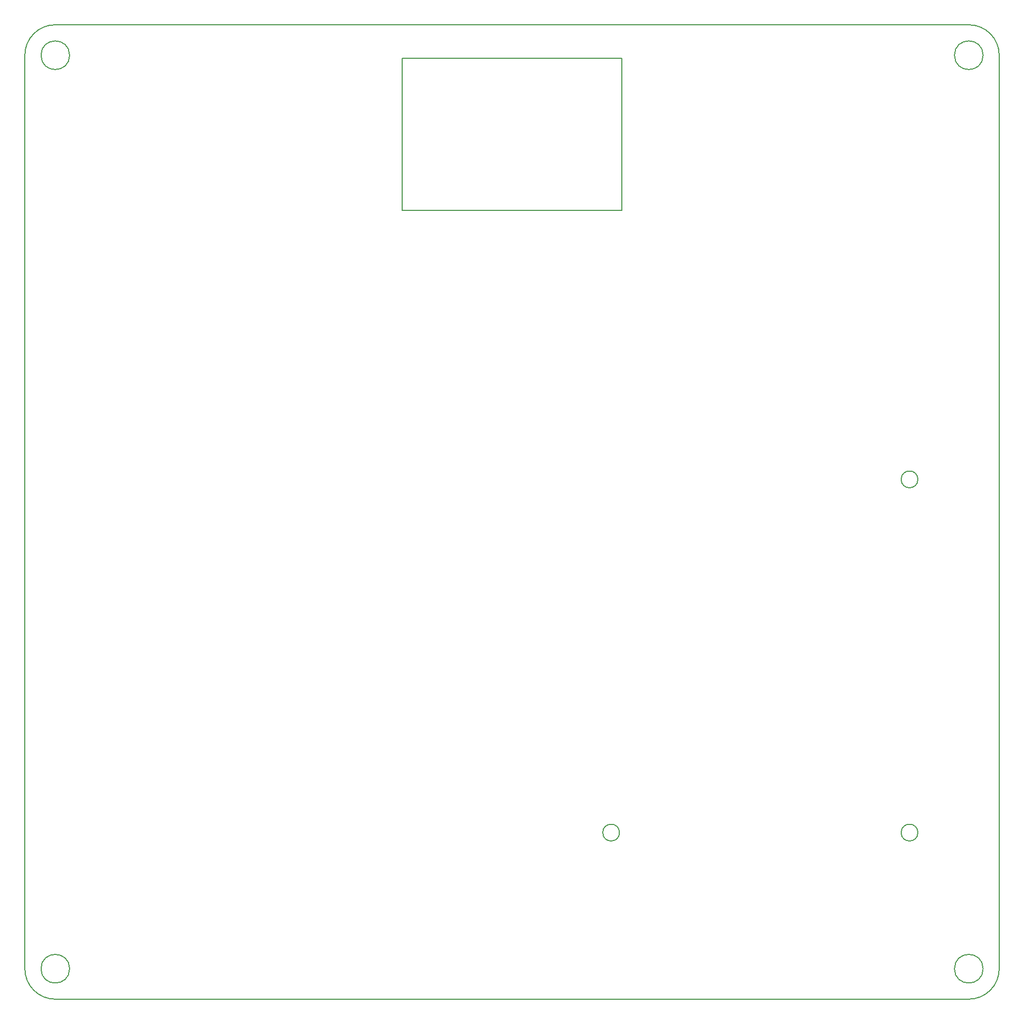
<source format=gm1>
G04 #@! TF.FileFunction,Profile,NP*
%FSLAX46Y46*%
G04 Gerber Fmt 4.6, Leading zero omitted, Abs format (unit mm)*
G04 Created by KiCad (PCBNEW 4.0.6) date Tue Nov 28 12:03:41 2017*
%MOMM*%
%LPD*%
G01*
G04 APERTURE LIST*
%ADD10C,0.100000*%
%ADD11C,0.150000*%
G04 APERTURE END LIST*
D10*
D11*
X160645000Y-158650000D02*
G75*
G03X160645000Y-158650000I-1375000J0D01*
G01*
X111645000Y-158650000D02*
G75*
G03X111645000Y-158650000I-1375000J0D01*
G01*
X160645000Y-100650000D02*
G75*
G03X160645000Y-100650000I-1375000J0D01*
G01*
X171350000Y-31000000D02*
G75*
G03X171350000Y-31000000I-2350000J0D01*
G01*
X171350000Y-181000000D02*
G75*
G03X171350000Y-181000000I-2350000J0D01*
G01*
X21350000Y-181000000D02*
G75*
G03X21350000Y-181000000I-2350000J0D01*
G01*
X21350000Y-31000000D02*
G75*
G03X21350000Y-31000000I-2350000J0D01*
G01*
X169000000Y-186000000D02*
X19000000Y-186000000D01*
X174000000Y-31000000D02*
X174000000Y-181000000D01*
X19000000Y-26000000D02*
X169000000Y-26000000D01*
X14000000Y-181000000D02*
X14000000Y-31000000D01*
X14000000Y-181000000D02*
G75*
G03X19000000Y-186000000I5000000J0D01*
G01*
X169000000Y-186000000D02*
G75*
G03X174000000Y-181000000I0J5000000D01*
G01*
X174000000Y-31000000D02*
G75*
G03X169000000Y-26000000I-5000000J0D01*
G01*
X19000000Y-26000000D02*
G75*
G03X14000000Y-31000000I0J-5000000D01*
G01*
X76000000Y-56500000D02*
X76000000Y-31500000D01*
X112000000Y-56500000D02*
X76000000Y-56500000D01*
X112000000Y-31500000D02*
X112000000Y-56500000D01*
X76000000Y-31500000D02*
X112000000Y-31500000D01*
M02*

</source>
